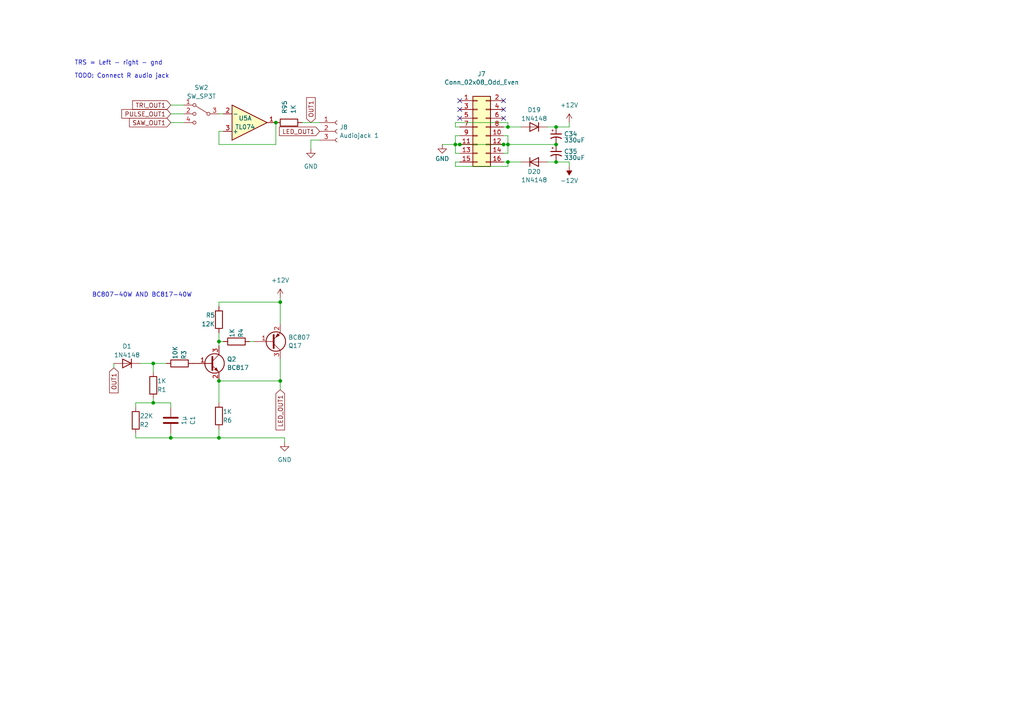
<source format=kicad_sch>
(kicad_sch (version 20231120) (generator "eeschema") (generator_version "8.0")
  (paper "A4")
  (lib_symbols
    (symbol "Amplifier_Operational:TL074" (pin_names (offset 0.127))
      (property "Reference" "U" (at 0 5.08 0))
      (property "Value" "TL074" (at 0 -5.08 0))
      (symbol "TL074_1_1"
        (polyline (pts (xy -5.08 5.08) (xy 5.08 0) (xy -5.08 -5.08) (xy -5.08 5.08)) (stroke (width 0.254)) (fill (type background)))
        (pin output line (at 7.62 0 180) (length 2.54) (name "~") (number "1"))
        (pin input line (at -7.62 -2.54 0) (length 2.54) (name "-") (number "2"))
        (pin input line (at -7.62 2.54 0) (length 2.54) (name "+") (number "3"))
      )
      (symbol "TL074_2_1"
        (polyline (pts (xy -5.08 5.08) (xy 5.08 0) (xy -5.08 -5.08) (xy -5.08 5.08)) (stroke (width 0.254)) (fill (type background)))
        (pin input line (at -7.62 2.54 0) (length 2.54) (name "+") (number "5"))
        (pin input line (at -7.62 -2.54 0) (length 2.54) (name "-") (number "6"))
        (pin output line (at 7.62 0 180) (length 2.54) (name "~") (number "7"))
      )
      (symbol "TL074_3_1"
        (polyline (pts (xy -5.08 5.08) (xy 5.08 0) (xy -5.08 -5.08) (xy -5.08 5.08)) (stroke (width 0.254)) (fill (type background)))
        (pin input line (at -7.62 2.54 0) (length 2.54) (name "+") (number "10"))
        (pin output line (at 7.62 0 180) (length 2.54) (name "~") (number "8"))
        (pin input line (at -7.62 -2.54 0) (length 2.54) (name "-") (number "9"))
      )
      (symbol "TL074_4_1"
        (polyline (pts (xy -5.08 5.08) (xy 5.08 0) (xy -5.08 -5.08) (xy -5.08 5.08)) (stroke (width 0.254)) (fill (type background)))
        (pin input line (at -7.62 2.54 0) (length 2.54) (name "+") (number "12"))
        (pin input line (at -7.62 -2.54 0) (length 2.54) (name "-") (number "13"))
        (pin output line (at 7.62 0 180) (length 2.54) (name "~") (number "14"))
      )
      (symbol "TL074_5_1"
        (pin power_in line (at -2.54 -7.62 90) (length 3.81) (name "V-") (number "11"))
        (pin power_in line (at -2.54 7.62 270) (length 3.81) (name "V+") (number "4"))
      )
    )
    (symbol "Connector:Conn_01x03_Socket" (pin_names (offset 1.016) hide)
      (property "Reference" "J" (at 0 5.08 0))
      (property "Value" "Conn_01x03_Socket" (at 0 -5.08 0))
      (symbol "Conn_01x03_Socket_1_1"
        (arc (start 0 -2.032) (mid -0.5058 -2.54) (end 0 -3.048) (stroke (width 0.1524)))
        (polyline (pts (xy -1.27 -2.54) (xy -0.508 -2.54)) (stroke (width 0.1524)))
        (polyline (pts (xy -1.27 0) (xy -0.508 0)) (stroke (width 0.1524)))
        (polyline (pts (xy -1.27 2.54) (xy -0.508 2.54)) (stroke (width 0.1524)))
        (arc (start 0 0.508) (mid -0.5058 0) (end 0 -0.508) (stroke (width 0.1524)))
        (arc (start 0 3.048) (mid -0.5058 2.54) (end 0 2.032) (stroke (width 0.1524)))
        (pin passive line (at -5.08 2.54 0) (length 3.81) (name "Pin_1") (number "1"))
        (pin passive line (at -5.08 0 0) (length 3.81) (name "Pin_2") (number "2"))
        (pin passive line (at -5.08 -2.54 0) (length 3.81) (name "Pin_3") (number "3"))
      )
    )
    (symbol "Connector_Generic:Conn_02x08_Odd_Even" (pin_names (offset 1.016) hide)
      (property "Reference" "J" (at 1.27 10.16 0))
      (property "Value" "Conn_02x08_Odd_Even" (at 1.27 -12.7 0))
      (symbol "Conn_02x08_Odd_Even_1_1"
        (rectangle (start -1.27 -10.033) (end 0 -10.287) (stroke (width 0.1524)))
        (rectangle (start -1.27 -7.493) (end 0 -7.747) (stroke (width 0.1524)))
        (rectangle (start -1.27 -4.953) (end 0 -5.207) (stroke (width 0.1524)))
        (rectangle (start -1.27 -2.413) (end 0 -2.667) (stroke (width 0.1524)))
        (rectangle (start -1.27 0.127) (end 0 -0.127) (stroke (width 0.1524)))
        (rectangle (start -1.27 2.667) (end 0 2.413) (stroke (width 0.1524)))
        (rectangle (start -1.27 5.207) (end 0 4.953) (stroke (width 0.1524)))
        (rectangle (start -1.27 7.747) (end 0 7.493) (stroke (width 0.1524)))
        (rectangle (start -1.27 8.89) (end 3.81 -11.43) (stroke (width 0.254)) (fill (type background)))
        (rectangle (start 3.81 -10.033) (end 2.54 -10.287) (stroke (width 0.1524)))
        (rectangle (start 3.81 -7.493) (end 2.54 -7.747) (stroke (width 0.1524)))
        (rectangle (start 3.81 -4.953) (end 2.54 -5.207) (stroke (width 0.1524)))
        (rectangle (start 3.81 -2.413) (end 2.54 -2.667) (stroke (width 0.1524)))
        (rectangle (start 3.81 0.127) (end 2.54 -0.127) (stroke (width 0.1524)))
        (rectangle (start 3.81 2.667) (end 2.54 2.413) (stroke (width 0.1524)))
        (rectangle (start 3.81 5.207) (end 2.54 4.953) (stroke (width 0.1524)))
        (rectangle (start 3.81 7.747) (end 2.54 7.493) (stroke (width 0.1524)))
        (pin passive line (at -5.08 7.62 0) (length 3.81) (name "Pin_1") (number "1"))
        (pin passive line (at 7.62 -2.54 180) (length 3.81) (name "Pin_10") (number "10"))
        (pin passive line (at -5.08 -5.08 0) (length 3.81) (name "Pin_11") (number "11"))
        (pin passive line (at 7.62 -5.08 180) (length 3.81) (name "Pin_12") (number "12"))
        (pin passive line (at -5.08 -7.62 0) (length 3.81) (name "Pin_13") (number "13"))
        (pin passive line (at 7.62 -7.62 180) (length 3.81) (name "Pin_14") (number "14"))
        (pin passive line (at -5.08 -10.16 0) (length 3.81) (name "Pin_15") (number "15"))
        (pin passive line (at 7.62 -10.16 180) (length 3.81) (name "Pin_16") (number "16"))
        (pin passive line (at 7.62 7.62 180) (length 3.81) (name "Pin_2") (number "2"))
        (pin passive line (at -5.08 5.08 0) (length 3.81) (name "Pin_3") (number "3"))
        (pin passive line (at 7.62 5.08 180) (length 3.81) (name "Pin_4") (number "4"))
        (pin passive line (at -5.08 2.54 0) (length 3.81) (name "Pin_5") (number "5"))
        (pin passive line (at 7.62 2.54 180) (length 3.81) (name "Pin_6") (number "6"))
        (pin passive line (at -5.08 0 0) (length 3.81) (name "Pin_7") (number "7"))
        (pin passive line (at 7.62 0 180) (length 3.81) (name "Pin_8") (number "8"))
        (pin passive line (at -5.08 -2.54 0) (length 3.81) (name "Pin_9") (number "9"))
      )
    )
    (symbol "Device:C" (pin_numbers hide) (pin_names (offset 0.254))
      (property "Reference" "C" (at 0.635 2.54 0))
      (property "Value" "C" (at 0.635 -2.54 0))
      (symbol "C_0_1"
        (polyline (pts (xy -2.032 -0.762) (xy 2.032 -0.762)) (stroke (width 0.508)))
        (polyline (pts (xy -2.032 0.762) (xy 2.032 0.762)) (stroke (width 0.508)))
      )
      (symbol "C_1_1"
        (pin passive line (at 0 3.81 270) (length 2.794) (name "~") (number "1"))
        (pin passive line (at 0 -3.81 90) (length 2.794) (name "~") (number "2"))
      )
    )
    (symbol "Device:C_Polarized_Small_US" (pin_numbers hide) (pin_names (offset 0.254) hide)
      (property "Reference" "C" (at 0.254 1.778 0))
      (property "Value" "C_Polarized_Small_US" (at 0.254 -2.032 0))
      (symbol "C_Polarized_Small_US_0_1"
        (polyline (pts (xy -1.524 0.508) (xy 1.524 0.508)) (stroke (width 0.3048)))
        (polyline (pts (xy -1.27 1.524) (xy -0.762 1.524)))
        (polyline (pts (xy -1.016 1.27) (xy -1.016 1.778)))
        (arc (start 1.524 -0.762) (mid 0 -0.3734) (end -1.524 -0.762) (stroke (width 0.3048)))
      )
      (symbol "C_Polarized_Small_US_1_1"
        (pin passive line (at 0 2.54 270) (length 2.032) (name "~") (number "1"))
        (pin passive line (at 0 -2.54 90) (length 2.032) (name "~") (number "2"))
      )
    )
    (symbol "Device:R" (pin_numbers hide) (pin_names (offset 0))
      (property "Reference" "R" (at 2.032 0 90))
      (property "Value" "R" (at 0 0 90))
      (symbol "R_0_1"
        (rectangle (start -1.016 -2.54) (end 1.016 2.54) (stroke (width 0.254)))
      )
      (symbol "R_1_1"
        (pin passive line (at 0 3.81 270) (length 1.27) (name "~") (number "1"))
        (pin passive line (at 0 -3.81 90) (length 1.27) (name "~") (number "2"))
      )
    )
    (symbol "Diode:1N4148" (pin_numbers hide) (pin_names hide)
      (property "Reference" "D" (at 0 2.54 0))
      (property "Value" "1N4148" (at 0 -2.54 0))
      (symbol "1N4148_0_1"
        (polyline (pts (xy -1.27 1.27) (xy -1.27 -1.27)) (stroke (width 0.254)))
        (polyline (pts (xy 1.27 0) (xy -1.27 0)))
        (polyline (pts (xy 1.27 1.27) (xy 1.27 -1.27) (xy -1.27 0) (xy 1.27 1.27)) (stroke (width 0.254)))
      )
      (symbol "1N4148_1_1"
        (pin passive line (at -3.81 0 0) (length 2.54) (name "K") (number "1"))
        (pin passive line (at 3.81 0 180) (length 2.54) (name "A") (number "2"))
      )
    )
    (symbol "Switch:SW_SP3T" (pin_names (offset 0) hide)
      (property "Reference" "SW" (at 0 5.08 0))
      (property "Value" "SW_SP3T" (at 0 -5.08 0))
      (symbol "SW_SP3T_0_1"
        (circle (center -2.032 0) (radius 0.4572))
        (polyline (pts (xy -1.651 0.254) (xy 1.651 2.286)))
        (circle (center 2.032 -2.54) (radius 0.4572))
        (circle (center 2.032 0) (radius 0.4572))
        (circle (center 2.032 2.54) (radius 0.4572))
      )
      (symbol "SW_SP3T_1_1"
        (pin passive line (at 5.08 2.54 180) (length 2.54) (name "1") (number "1"))
        (pin passive line (at 5.08 0 180) (length 2.54) (name "2") (number "2"))
        (pin passive line (at -5.08 0 0) (length 2.54) (name "3") (number "3"))
        (pin passive line (at 5.08 -2.54 180) (length 2.54) (name "4") (number "4"))
      )
    )
    (symbol "Transistor_BJT:BC807" (pin_names (offset 0) hide)
      (property "Reference" "Q" (at 5.08 1.905 0))
      (property "Value" "BC807" (at 5.08 0 0))
      (symbol "BC807_0_1"
        (polyline (pts (xy 0.635 0.635) (xy 2.54 2.54)))
        (polyline (pts (xy 0.635 -0.635) (xy 2.54 -2.54) (xy 2.54 -2.54)))
        (polyline (pts (xy 0.635 1.905) (xy 0.635 -1.905) (xy 0.635 -1.905)) (stroke (width 0.508)))
        (polyline (pts (xy 2.286 -1.778) (xy 1.778 -2.286) (xy 1.27 -1.27) (xy 2.286 -1.778) (xy 2.286 -1.778)) (fill (type outline)))
        (circle (center 1.27 0) (radius 2.8194) (stroke (width 0.254)))
      )
      (symbol "BC807_1_1"
        (pin input line (at -5.08 0 0) (length 5.715) (name "B") (number "1"))
        (pin passive line (at 2.54 -5.08 90) (length 2.54) (name "E") (number "2"))
        (pin passive line (at 2.54 5.08 270) (length 2.54) (name "C") (number "3"))
      )
    )
    (symbol "Transistor_BJT:BC817" (pin_names (offset 0) hide)
      (property "Reference" "Q" (at 5.08 1.905 0))
      (property "Value" "BC817" (at 5.08 0 0))
      (symbol "BC817_0_1"
        (polyline (pts (xy 0.635 0.635) (xy 2.54 2.54)))
        (polyline (pts (xy 0.635 -0.635) (xy 2.54 -2.54) (xy 2.54 -2.54)))
        (polyline (pts (xy 0.635 1.905) (xy 0.635 -1.905) (xy 0.635 -1.905)) (stroke (width 0.508)))
        (polyline (pts (xy 1.27 -1.778) (xy 1.778 -1.27) (xy 2.286 -2.286) (xy 1.27 -1.778) (xy 1.27 -1.778)) (fill (type outline)))
        (circle (center 1.27 0) (radius 2.8194) (stroke (width 0.254)))
      )
      (symbol "BC817_1_1"
        (pin input line (at -5.08 0 0) (length 5.715) (name "B") (number "1"))
        (pin passive line (at 2.54 -5.08 90) (length 2.54) (name "E") (number "2"))
        (pin passive line (at 2.54 5.08 270) (length 2.54) (name "C") (number "3"))
      )
    )
    (symbol "power:+12V" (power) (pin_names (offset 0))
      (property "Value" "+12V" (at 0 3.556 0))
      (symbol "+12V_0_1"
        (polyline (pts (xy -0.762 1.27) (xy 0 2.54)))
        (polyline (pts (xy 0 0) (xy 0 2.54)))
        (polyline (pts (xy 0 2.54) (xy 0.762 1.27)))
      )
      (symbol "+12V_1_1"
        (pin power_in line (at 0 0 90) (length 0) hide (name "+12V") (number "1"))
      )
    )
    (symbol "power:-12V" (power) (pin_names (offset 0))
      (property "Value" "-12V" (at 0 3.81 0))
      (symbol "-12V_0_0"
        (pin power_in line (at 0 0 90) (length 0) hide (name "-12V") (number "1"))
      )
      (symbol "-12V_0_1"
        (polyline (pts (xy 0 0) (xy 0 1.27) (xy 0.762 1.27) (xy 0 2.54) (xy -0.762 1.27) (xy 0 1.27)) (fill (type outline)))
      )
    )
    (symbol "power:GND" (power) (pin_names (offset 0))
      (property "Value" "GND" (at 0 -3.81 0))
      (symbol "GND_0_1"
        (polyline (pts (xy 0 0) (xy 0 -1.27) (xy 1.27 -1.27) (xy 0 -2.54) (xy -1.27 -1.27) (xy 0 -1.27)))
      )
      (symbol "GND_1_1"
        (pin power_in line (at 0 0 270) (length 0) hide (name "GND") (number "1"))
      )
    )
  )
  (junction (at 147.32 36.83))
  (junction (at 146.05 41.91))
  (junction (at 63.5 127))
  (junction (at 81.28 87.63))
  (junction (at 161.29 36.83))
  (junction (at 80.01 35.56))
  (junction (at 147.32 41.91))
  (junction (at 161.29 46.99))
  (junction (at 133.35 41.91))
  (junction (at 49.53 127))
  (junction (at 147.32 46.99))
  (junction (at 44.45 105.41))
  (junction (at 81.28 110.49))
  (junction (at 63.5 110.49))
  (junction (at 132.08 41.91))
  (junction (at 63.5 99.06))
  (junction (at 161.29 41.91))
  (junction (at 44.45 116.84))
  (no_connect (at 133.35 29.21))
  (no_connect (at 133.35 31.75))
  (no_connect (at 133.35 34.29))
  (no_connect (at 146.05 34.29))
  (no_connect (at 146.05 29.21))
  (no_connect (at 146.05 31.75))
  (wire (pts (xy 133.35 36.83) (xy 132.08 36.83)))
  (wire (pts (xy 49.53 125.73) (xy 49.53 127)))
  (wire (pts (xy 132.08 41.91) (xy 133.35 41.91)))
  (wire (pts (xy 63.5 127) (xy 49.53 127)))
  (wire (pts (xy 128.27 41.91) (xy 132.08 41.91)))
  (wire (pts (xy 63.5 33.02) (xy 64.77 33.02)))
  (wire (pts (xy 132.08 44.45) (xy 133.35 44.45)))
  (wire (pts (xy 133.35 41.91) (xy 146.05 41.91)))
  (wire (pts (xy 49.53 116.84) (xy 49.53 118.11)))
  (wire (pts (xy 49.53 30.48) (xy 53.34 30.48)))
  (wire (pts (xy 165.1 48.26) (xy 165.1 46.99)))
  (wire (pts (xy 63.5 124.46) (xy 63.5 127)))
  (wire (pts (xy 147.32 41.91) (xy 147.32 44.45)))
  (wire (pts (xy 63.5 88.9) (xy 63.5 87.63)))
  (wire (pts (xy 49.53 35.56) (xy 53.34 35.56)))
  (wire (pts (xy 81.28 110.49) (xy 81.28 104.14)))
  (wire (pts (xy 147.32 36.83) (xy 151.13 36.83)))
  (wire (pts (xy 158.75 46.99) (xy 161.29 46.99)))
  (wire (pts (xy 63.5 87.63) (xy 81.28 87.63)))
  (wire (pts (xy 92.71 40.64) (xy 90.17 40.64)))
  (wire (pts (xy 63.5 41.91) (xy 63.5 38.1)))
  (wire (pts (xy 147.32 39.37) (xy 147.32 41.91)))
  (wire (pts (xy 39.37 118.11) (xy 39.37 116.84)))
  (wire (pts (xy 63.5 110.49) (xy 63.5 116.84)))
  (wire (pts (xy 44.45 107.95) (xy 44.45 105.41)))
  (wire (pts (xy 39.37 127) (xy 39.37 125.73)))
  (wire (pts (xy 133.35 39.37) (xy 132.08 39.37)))
  (wire (pts (xy 63.5 99.06) (xy 63.5 100.33)))
  (wire (pts (xy 39.37 116.84) (xy 44.45 116.84)))
  (wire (pts (xy 146.05 46.99) (xy 147.32 46.99)))
  (wire (pts (xy 80.01 35.56) (xy 80.01 41.91)))
  (wire (pts (xy 161.29 46.99) (xy 165.1 46.99)))
  (wire (pts (xy 49.53 33.02) (xy 53.34 33.02)))
  (wire (pts (xy 44.45 116.84) (xy 44.45 115.57)))
  (wire (pts (xy 146.05 41.91) (xy 147.32 41.91)))
  (wire (pts (xy 165.1 36.83) (xy 161.29 36.83)))
  (wire (pts (xy 82.55 128.27) (xy 82.55 127)))
  (wire (pts (xy 132.08 48.26) (xy 147.32 48.26)))
  (wire (pts (xy 132.08 39.37) (xy 132.08 41.91)))
  (wire (pts (xy 147.32 41.91) (xy 161.29 41.91)))
  (wire (pts (xy 158.75 36.83) (xy 161.29 36.83)))
  (wire (pts (xy 146.05 39.37) (xy 147.32 39.37)))
  (wire (pts (xy 44.45 105.41) (xy 48.26 105.41)))
  (wire (pts (xy 82.55 127) (xy 63.5 127)))
  (wire (pts (xy 63.5 38.1) (xy 64.77 38.1)))
  (wire (pts (xy 132.08 46.99) (xy 132.08 48.26)))
  (wire (pts (xy 87.63 35.56) (xy 92.71 35.56)))
  (wire (pts (xy 147.32 48.26) (xy 147.32 46.99)))
  (wire (pts (xy 63.5 110.49) (xy 81.28 110.49)))
  (wire (pts (xy 90.17 40.64) (xy 90.17 43.18)))
  (wire (pts (xy 147.32 46.99) (xy 151.13 46.99)))
  (wire (pts (xy 49.53 127) (xy 39.37 127)))
  (wire (pts (xy 146.05 44.45) (xy 147.32 44.45)))
  (wire (pts (xy 132.08 35.56) (xy 147.32 35.56)))
  (wire (pts (xy 132.08 41.91) (xy 132.08 44.45)))
  (wire (pts (xy 133.35 46.99) (xy 132.08 46.99)))
  (wire (pts (xy 40.64 105.41) (xy 44.45 105.41)))
  (wire (pts (xy 44.45 116.84) (xy 49.53 116.84)))
  (wire (pts (xy 165.1 35.56) (xy 165.1 36.83)))
  (wire (pts (xy 81.28 86.36) (xy 81.28 87.63)))
  (wire (pts (xy 81.28 87.63) (xy 81.28 93.98)))
  (wire (pts (xy 147.32 35.56) (xy 147.32 36.83)))
  (wire (pts (xy 72.39 99.06) (xy 73.66 99.06)))
  (wire (pts (xy 146.05 36.83) (xy 147.32 36.83)))
  (wire (pts (xy 63.5 99.06) (xy 64.77 99.06)))
  (wire (pts (xy 33.02 105.41) (xy 33.02 106.68)))
  (wire (pts (xy 81.28 113.03) (xy 81.28 110.49)))
  (wire (pts (xy 80.01 41.91) (xy 63.5 41.91)))
  (wire (pts (xy 132.08 36.83) (xy 132.08 35.56)))
  (wire (pts (xy 63.5 96.52) (xy 63.5 99.06)))
  (text "TRS = Left - right - gnd\n" (at 21.59 19.05 0) (effects (font (size 1.27 1.27)) (justify left bottom)))
  (text "BC807-40W AND BC817-40W" (at 26.67 86.36 0) (effects (font (size 1.27 1.27)) (justify left bottom)))
  (text "TODO: Connect R audio jack\n" (at 21.59 22.86 0) (effects (font (size 1.27 1.27)) (justify left bottom)))
  (global_label "OUT1" (shape input) (at 90.17 35.56 90) (property "Intersheetrefs" "${INTERSHEET_REFS}" (effects (hide yes))))
  (global_label "PULSE_OUT1" (shape input) (at 49.53 33.02 180) (property "Intersheetrefs" "${INTERSHEET_REFS}" (effects (hide yes))))
  (global_label "OUT1" (shape input) (at 33.02 106.68 270) (property "Intersheetrefs" "${INTERSHEET_REFS}" (effects (hide yes))))
  (global_label "LED_OUT1" (shape input) (at 92.71 38.1 180) (property "Intersheetrefs" "${INTERSHEET_REFS}" (effects (hide yes))))
  (global_label "SAW_OUT1" (shape input) (at 49.53 35.56 180) (property "Intersheetrefs" "${INTERSHEET_REFS}" (effects (hide yes))))
  (global_label "LED_OUT1" (shape input) (at 81.28 113.03 270) (property "Intersheetrefs" "${INTERSHEET_REFS}" (effects (hide yes))))
  (global_label "TRI_OUT1" (shape input) (at 49.53 30.48 180) (property "Intersheetrefs" "${INTERSHEET_REFS}" (effects (hide yes))))
  (symbol (lib_id "power:GND") (at 82.55 128.27 0) (unit 1)
    (property "Reference" "#PWR01" (effects (hide yes)))
    (property "Value" "GND" (at 82.55 133.35 0))
  )
  (symbol (lib_id "Amplifier_Operational:TL074") (at 72.39 35.56 0) (mirror x) (unit 1)
    (property "Reference" "U5" (at 71.12 34.2931 0))
    (property "Value" "TL074" (at 71.12 36.83 0))
    (property "Footprint" "Package_DIP:DIP-14_W7.62mm_Socket" (effects (hide yes)))
    (property "Datasheet" "http://www.ti.com/lit/ds/symlink/tl071.pdf" (effects (hide yes)))
  )
  (symbol (lib_id "Device:R") (at 63.5 92.71 0) (unit 1)
    (property "Reference" "R5" (at 59.69 91.44 0) (effects (justify left)))
    (property "Value" "12K" (at 58.42 93.98 0) (effects (justify left)))
    (property "Footprint" "Resistor_SMD:R_0603_1608Metric_Pad0.98x0.95mm_HandSolder" (effects (hide yes)))
  )
  (symbol (lib_id "Device:C_Polarized_Small_US") (at 161.29 39.37 0) (unit 1)
    (property "Reference" "C34" (at 163.576 38.862 0) (effects (justify left)))
    (property "Value" "330uF" (at 163.576 40.64 0) (effects (justify left)))
    (property "Footprint" "Capacitor_THT:CP_Radial_D12.5mm_P7.50mm" (effects (hide yes)))
    (property "Description" "Polarized capacitor, small US symbol" (effects (hide yes)))
  )
  (symbol (lib_id "Device:R") (at 63.5 120.65 180) (unit 1)
    (property "Reference" "R6" (at 67.31 121.92 0) (effects (justify left)))
    (property "Value" "1K" (at 67.31 119.38 0) (effects (justify left)))
    (property "Footprint" "Resistor_SMD:R_0603_1608Metric_Pad0.98x0.95mm_HandSolder" (effects (hide yes)))
  )
  (symbol (lib_id "Device:C_Polarized_Small_US") (at 161.29 44.45 0) (unit 1)
    (property "Reference" "C35" (at 163.576 43.942 0) (effects (justify left)))
    (property "Value" "330uF" (at 163.576 45.72 0) (effects (justify left)))
    (property "Footprint" "Capacitor_THT:CP_Radial_D12.5mm_P7.50mm" (effects (hide yes)))
    (property "Description" "Polarized capacitor, small US symbol" (effects (hide yes)))
  )
  (symbol (lib_id "power:GND") (at 128.27 41.91 0) (unit 1)
    (property "Reference" "#PWR019" (effects (hide yes)))
    (property "Value" "GND" (at 128.27 46.0431 0))
  )
  (symbol (lib_id "power:+12V") (at 165.1 35.56 0) (unit 1)
    (property "Reference" "#PWR021" (effects (hide yes)))
    (property "Value" "+12V" (at 165.1 30.48 0))
  )
  (symbol (lib_id "Device:R") (at 52.07 105.41 270) (unit 1)
    (property "Reference" "R3" (at 53.34 101.6 0) (effects (justify left)))
    (property "Value" "10K" (at 50.8 100.33 0) (effects (justify left)))
    (property "Footprint" "Resistor_SMD:R_0603_1608Metric_Pad0.98x0.95mm_HandSolder" (effects (hide yes)))
  )
  (symbol (lib_id "Device:R") (at 39.37 121.92 180) (unit 1)
    (property "Reference" "R2" (at 43.18 123.19 0) (effects (justify left)))
    (property "Value" "22K" (at 44.45 120.65 0) (effects (justify left)))
    (property "Footprint" "Resistor_SMD:R_0603_1608Metric_Pad0.98x0.95mm_HandSolder" (effects (hide yes)))
  )
  (symbol (lib_id "Diode:1N4148") (at 36.83 105.41 180) (unit 1)
    (property "Reference" "D1" (at 36.83 100.4402 0))
    (property "Value" "1N4148" (at 36.83 102.9771 0))
    (property "Footprint" "Diode_SMD:D_SOD-123" (effects (hide yes)))
    (property "Datasheet" "https://assets.nexperia.com/documents/data-sheet/1N4148_1N4448.pdf" (effects (hide yes)))
  )
  (symbol (lib_id "Transistor_BJT:BC807") (at 78.74 99.06 0) (mirror x) (unit 1)
    (property "Reference" "Q17" (at 83.5914 100.2722 0) (effects (justify left)))
    (property "Value" "BC807" (at 83.5914 97.8479 0) (effects (justify left)))
    (property "Footprint" "Package_TO_SOT_SMD:SOT-23" (effects (hide yes)))
    (property "Datasheet" "https://www.onsemi.com/pub/Collateral/BC808-D.pdf" (effects (hide yes)))
    (property "Description" "0.8A Ic, 45V Vce, PNP Transistor, SOT-23" (effects (hide yes)))
  )
  (symbol (lib_id "power:+12V") (at 81.28 86.36 0) (unit 1)
    (property "Reference" "#PWR02" (effects (hide yes)))
    (property "Value" "+12V" (at 81.28 81.28 0))
  )
  (symbol (lib_id "power:-12V") (at 165.1 48.26 180) (unit 1)
    (property "Reference" "#PWR022" (effects (hide yes)))
    (property "Value" "-12V" (at 165.1 52.3931 0))
  )
  (symbol (lib_id "Connector:Conn_01x03_Socket") (at 97.79 38.1 0) (unit 1)
    (property "Reference" "J8" (at 98.5012 36.8878 0) (effects (justify left)))
    (property "Value" "Audiojack 1" (at 98.5012 39.3121 0) (effects (justify left)))
    (property "Footprint" "Connector_PinHeader_2.54mm:PinHeader_1x03_P2.54mm_Vertical" (effects (hide yes)))
    (property "Description" "Generic connector, single row, 01x03, script generated" (effects (hide yes)))
  )
  (symbol (lib_id "Device:R") (at 68.58 99.06 270) (unit 1)
    (property "Reference" "R4" (at 69.85 95.25 0) (effects (justify left)))
    (property "Value" "1K" (at 67.31 95.25 0) (effects (justify left)))
    (property "Footprint" "Resistor_SMD:R_0603_1608Metric_Pad0.98x0.95mm_HandSolder" (effects (hide yes)))
  )
  (symbol (lib_id "Device:C") (at 49.53 121.92 180) (unit 1)
    (property "Reference" "C1" (at 55.88 121.92 90))
    (property "Value" "1µ" (at 53.34 121.92 90))
    (property "Footprint" "Capacitor_SMD:C_0402_1005Metric_Pad0.74x0.62mm_HandSolder" (effects (hide yes)))
  )
  (symbol (lib_id "Device:R") (at 83.82 35.56 90) (unit 1)
    (property "Reference" "R95" (at 82.55 33.02 0) (effects (justify left)))
    (property "Value" "1K" (at 85.09 33.02 0) (effects (justify left)))
    (property "Footprint" "Resistor_SMD:R_0603_1608Metric_Pad0.98x0.95mm_HandSolder" (effects (hide yes)))
  )
  (symbol (lib_id "Switch:SW_SP3T") (at 58.42 33.02 0) (mirror y) (unit 1)
    (property "Reference" "SW2" (at 58.42 25.4 0))
    (property "Value" "SW_SP3T" (at 58.42 27.94 0))
    (property "Footprint" "Connector_PinHeader_2.54mm:PinHeader_1x04_P2.54mm_Vertical" (effects (hide yes)))
  )
  (symbol (lib_id "Diode:1N4148") (at 154.94 36.83 180) (unit 1)
    (property "Reference" "D19" (at 154.94 31.8602 0))
    (property "Value" "1N4148" (at 154.94 34.3971 0))
    (property "Footprint" "Diode_SMD:D_SOD-123" (effects (hide yes)))
    (property "Datasheet" "https://assets.nexperia.com/documents/data-sheet/1N4148_1N4448.pdf" (effects (hide yes)))
  )
  (symbol (lib_id "Connector_Generic:Conn_02x08_Odd_Even") (at 138.43 36.83 0) (unit 1)
    (property "Reference" "J7" (at 139.7 21.4517 0))
    (property "Value" "Conn_02x08_Odd_Even" (at 139.7 23.876 0))
    (property "Footprint" "Connector_PinHeader_2.54mm:PinHeader_2x08_P2.54mm_Vertical" (effects (hide yes)))
    (property "Description" "Generic connector, double row, 02x08, odd/even pin numbering scheme (row 1 odd numbers, row 2 even numbers), script generated (kicad-library-utils/schlib/autogen/connector/)" (effects (hide yes)))
  )
  (symbol (lib_id "Device:R") (at 44.45 111.76 180) (unit 1)
    (property "Reference" "R1" (at 48.26 113.03 0) (effects (justify left)))
    (property "Value" "1K" (at 48.26 110.49 0) (effects (justify left)))
    (property "Footprint" "Resistor_SMD:R_0603_1608Metric_Pad0.98x0.95mm_HandSolder" (effects (hide yes)))
  )
  (symbol (lib_id "Diode:1N4148") (at 154.94 46.99 0) (unit 1)
    (property "Reference" "D20" (at 154.94 49.784 0))
    (property "Value" "1N4148" (at 154.94 52.2083 0))
    (property "Footprint" "Diode_SMD:D_SOD-123" (effects (hide yes)))
    (property "Datasheet" "https://assets.nexperia.com/documents/data-sheet/1N4148_1N4448.pdf" (effects (hide yes)))
  )
  (symbol (lib_id "power:GND") (at 90.17 43.18 0) (unit 1)
    (property "Reference" "#PWR0157" (effects (hide yes)))
    (property "Value" "GND" (at 90.17 48.26 0))
  )
  (symbol (lib_id "Transistor_BJT:BC817") (at 60.96 105.41 0) (unit 1)
    (property "Reference" "Q2" (at 65.8114 104.1978 0) (effects (justify left)))
    (property "Value" "BC817" (at 65.8114 106.6221 0) (effects (justify left)))
    (property "Footprint" "Package_TO_SOT_SMD:SOT-23" (effects (hide yes)))
    (property "Datasheet" "https://www.onsemi.com/pub/Collateral/BC818-D.pdf" (effects (hide yes)))
    (property "Description" "0.8A Ic, 45V Vce, NPN Transistor, SOT-23" (effects (hide yes)))
  )
)
</source>
